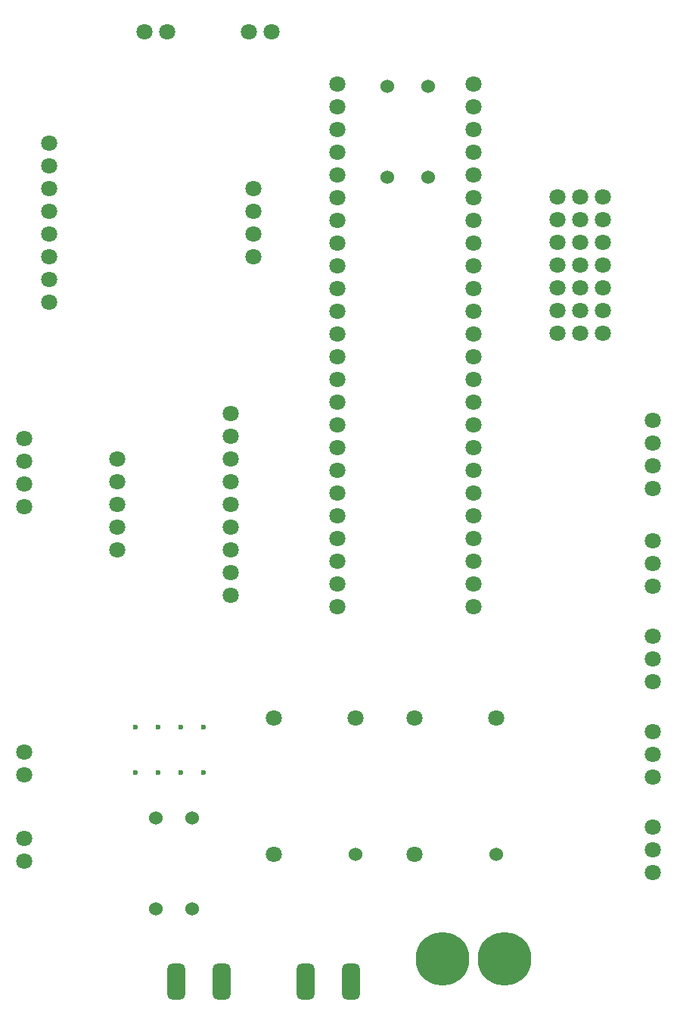
<source format=gts>
%TF.GenerationSoftware,KiCad,Pcbnew,(6.0.9)*%
%TF.CreationDate,2023-02-25T10:50:01-08:00*%
%TF.ProjectId,FlightBread,466c6967-6874-4427-9265-61642e6b6963,rev?*%
%TF.SameCoordinates,Original*%
%TF.FileFunction,Soldermask,Top*%
%TF.FilePolarity,Negative*%
%FSLAX46Y46*%
G04 Gerber Fmt 4.6, Leading zero omitted, Abs format (unit mm)*
G04 Created by KiCad (PCBNEW (6.0.9)) date 2023-02-25 10:50:01*
%MOMM*%
%LPD*%
G01*
G04 APERTURE LIST*
G04 Aperture macros list*
%AMRoundRect*
0 Rectangle with rounded corners*
0 $1 Rounding radius*
0 $2 $3 $4 $5 $6 $7 $8 $9 X,Y pos of 4 corners*
0 Add a 4 corners polygon primitive as box body*
4,1,4,$2,$3,$4,$5,$6,$7,$8,$9,$2,$3,0*
0 Add four circle primitives for the rounded corners*
1,1,$1+$1,$2,$3*
1,1,$1+$1,$4,$5*
1,1,$1+$1,$6,$7*
1,1,$1+$1,$8,$9*
0 Add four rect primitives between the rounded corners*
20,1,$1+$1,$2,$3,$4,$5,0*
20,1,$1+$1,$4,$5,$6,$7,0*
20,1,$1+$1,$6,$7,$8,$9,0*
20,1,$1+$1,$8,$9,$2,$3,0*%
G04 Aperture macros list end*
%ADD10C,1.524000*%
%ADD11C,1.800000*%
%ADD12C,6.000000*%
%ADD13C,0.600000*%
%ADD14RoundRect,0.500000X-0.500000X-1.500000X0.500000X-1.500000X0.500000X1.500000X-0.500000X1.500000X0*%
G04 APERTURE END LIST*
D10*
%TO.C,8V_BUCK1*%
X104128000Y-158496000D03*
D11*
X95008000Y-158496000D03*
X95008000Y-143256000D03*
X104128000Y-143256000D03*
%TD*%
D12*
%TO.C,BATT1*%
X105100000Y-170180000D03*
X98100000Y-170180000D03*
%TD*%
D10*
%TO.C,R2*%
X70104000Y-154432000D03*
X70104000Y-164592000D03*
%TD*%
%TO.C,R3*%
X91948000Y-72644000D03*
X91948000Y-82804000D03*
%TD*%
%TO.C,5V_BUCK1*%
X88380000Y-158496000D03*
D11*
X79260000Y-158496000D03*
X79260000Y-143256000D03*
X88380000Y-143256000D03*
%TD*%
%TO.C,M2_SIGNAL1*%
X51308000Y-156718000D03*
X51308000Y-159258000D03*
%TD*%
%TO.C,RADIO1*%
X110999425Y-84963000D03*
X110999425Y-87503000D03*
X110999425Y-90043000D03*
X110999425Y-92583000D03*
X110999425Y-95123000D03*
X110999425Y-97663000D03*
X110999425Y-100203000D03*
X113539425Y-95123000D03*
X113539425Y-84963000D03*
X113539425Y-100203000D03*
X113539425Y-97663000D03*
X113539425Y-92583000D03*
X113539425Y-90043000D03*
X113539425Y-87503000D03*
X116079425Y-92583000D03*
X116079425Y-87503000D03*
X116079425Y-97663000D03*
X116079425Y-95123000D03*
X116079425Y-100203000D03*
X116079425Y-90043000D03*
X116079425Y-84963000D03*
%TD*%
D13*
%TO.C,LM358*%
X63754000Y-149352000D03*
X66294000Y-149352000D03*
X68834000Y-149352000D03*
X71374000Y-149352000D03*
X71374000Y-144272000D03*
X68834000Y-144272000D03*
X66294000Y-144272000D03*
X63754000Y-144272000D03*
%TD*%
D11*
%TO.C,SV3*%
X121666000Y-139192000D03*
X121666000Y-136652000D03*
X121666000Y-134112000D03*
%TD*%
D10*
%TO.C,R4*%
X96520000Y-72644000D03*
X96520000Y-82804000D03*
%TD*%
D11*
%TO.C,SV1*%
X121666000Y-160528000D03*
X121666000Y-157988000D03*
X121666000Y-155448000D03*
%TD*%
%TO.C,SV2*%
X121666000Y-149860000D03*
X121666000Y-147320000D03*
X121666000Y-144780000D03*
%TD*%
%TO.C,TEENSY1*%
X101600000Y-128270000D03*
X101600000Y-125730000D03*
X101600000Y-123190000D03*
X101600000Y-120650000D03*
X101600000Y-118110000D03*
X101600000Y-115570000D03*
X101600000Y-113030000D03*
X101600000Y-110490000D03*
X101600000Y-107950000D03*
X101600000Y-105410000D03*
X101600000Y-102870000D03*
X101600000Y-100330000D03*
X101600000Y-97790000D03*
X86360000Y-97790000D03*
X86360000Y-100330000D03*
X86360000Y-102870000D03*
X86360000Y-105410000D03*
X86360000Y-107950000D03*
X86360000Y-110490000D03*
X86360000Y-113030000D03*
X86360000Y-115570000D03*
X86360000Y-118110000D03*
X86360000Y-120650000D03*
X86360000Y-123190000D03*
X101600000Y-92710000D03*
X101600000Y-90170000D03*
X101600000Y-87630000D03*
X101600000Y-85090000D03*
X101600000Y-82550000D03*
X101600000Y-80010000D03*
X101600000Y-77470000D03*
X101600000Y-74930000D03*
X101600000Y-72390000D03*
X86360000Y-72390000D03*
X86360000Y-74930000D03*
X86360000Y-77470000D03*
X86360000Y-80010000D03*
X86360000Y-82550000D03*
X86360000Y-85090000D03*
X86360000Y-87630000D03*
X86360000Y-90170000D03*
X86360000Y-92710000D03*
X101600000Y-130810000D03*
X101600000Y-95250000D03*
X86360000Y-130810000D03*
X86360000Y-128270000D03*
X86360000Y-125730000D03*
X86360000Y-95250000D03*
%TD*%
%TO.C,GPS1*%
X54102000Y-78994000D03*
X54102000Y-81534000D03*
X54102000Y-84074000D03*
X54102000Y-86614000D03*
X54102000Y-89154000D03*
X54102000Y-91694000D03*
X54102000Y-94234000D03*
X54102000Y-96774000D03*
X76962000Y-84074000D03*
X76962000Y-86614000D03*
X76962000Y-89154000D03*
X76962000Y-91694000D03*
%TD*%
%TO.C,LIDAR1*%
X121666000Y-117602000D03*
X121666000Y-115062000D03*
X121666000Y-112522000D03*
X121666000Y-109982000D03*
%TD*%
%TO.C,BLUE1*%
X67310000Y-66548000D03*
X64770000Y-66548000D03*
%TD*%
D10*
%TO.C,R1*%
X66040000Y-164592000D03*
X66040000Y-154432000D03*
%TD*%
D11*
%TO.C,IMU1*%
X74422000Y-129540000D03*
X74422000Y-127000000D03*
X74422000Y-124460000D03*
X74422000Y-121920000D03*
X74422000Y-119380000D03*
X74422000Y-116840000D03*
X74422000Y-114300000D03*
X74422000Y-111760000D03*
X74422000Y-109220000D03*
X61722000Y-124460000D03*
X61722000Y-121920000D03*
X61722000Y-119380000D03*
X61722000Y-116840000D03*
X61722000Y-114300000D03*
%TD*%
D14*
%TO.C,M2_POWER1*%
X68326000Y-172720000D03*
X73406000Y-172720000D03*
%TD*%
D11*
%TO.C,M1_SIGNAL1*%
X51308000Y-147066000D03*
X51308000Y-149606000D03*
%TD*%
%TO.C,BARO1*%
X51308000Y-112014000D03*
X51308000Y-114554000D03*
X51308000Y-117094000D03*
X51308000Y-119634000D03*
%TD*%
D14*
%TO.C,M1_POWER1*%
X82804000Y-172720000D03*
X87884000Y-172720000D03*
%TD*%
D11*
%TO.C,SV4*%
X121666000Y-128524000D03*
X121666000Y-125984000D03*
X121666000Y-123444000D03*
%TD*%
%TO.C,RED1*%
X78994000Y-66548000D03*
X76454000Y-66548000D03*
%TD*%
M02*

</source>
